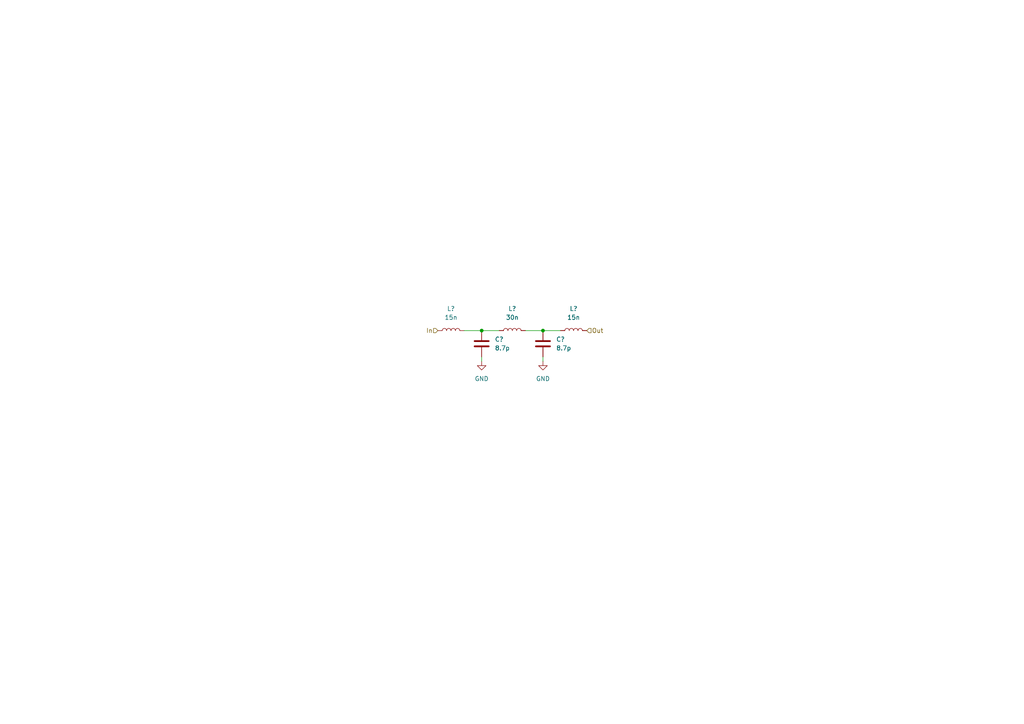
<source format=kicad_sch>
(kicad_sch (version 20211123) (generator eeschema)
  (paper "A4")
  (lib_symbols
    (symbol "Device:C" (pin_numbers hide) (pin_names (offset 0.254))
      (property "Reference" "C" (at 0.635 2.54 0))
      (property "Value" "C" (at 0.635 -2.54 0))
      (symbol "C_0_1"
        (polyline (pts (xy -2.032 -0.762) (xy 2.032 -0.762)) (stroke (width 0.508)))
        (polyline (pts (xy -2.032 0.762) (xy 2.032 0.762)) (stroke (width 0.508)))
      )
      (symbol "C_1_1"
        (pin passive line (at 0 3.81 270) (length 2.794) (name "~") (number "1"))
        (pin passive line (at 0 -3.81 90) (length 2.794) (name "~") (number "2"))
      )
    )
    (symbol "Device:L" (pin_numbers hide) (pin_names (offset 1.016) hide)
      (property "Reference" "L" (at -1.27 0 90))
      (property "Value" "L" (at 1.905 0 90))
      (symbol "L_0_1"
        (arc (start 0 -2.54) (mid 0.635 -1.905) (end 0 -1.27))
        (arc (start 0 -1.27) (mid 0.635 -0.635) (end 0 0))
        (arc (start 0 0) (mid 0.635 0.635) (end 0 1.27))
        (arc (start 0 1.27) (mid 0.635 1.905) (end 0 2.54))
      )
      (symbol "L_1_1"
        (pin passive line (at 0 3.81 270) (length 1.27) (name "1") (number "1"))
        (pin passive line (at 0 -3.81 90) (length 1.27) (name "2") (number "2"))
      )
    )
    (symbol "power:GND" (power) (pin_names (offset 0))
      (property "Value" "GND" (at 0 -3.81 0))
      (symbol "GND_0_1"
        (polyline (pts (xy 0 0) (xy 0 -1.27) (xy 1.27 -1.27) (xy 0 -2.54) (xy -1.27 -1.27) (xy 0 -1.27)))
      )
      (symbol "GND_1_1"
        (pin power_in line (at 0 0 270) (length 0) hide (name "GND") (number "1"))
      )
    )
  )
  (junction (at 139.7 95.885))
  (junction (at 157.48 95.885))
  (wire (pts (xy 139.7 103.505) (xy 139.7 104.775)))
  (wire (pts (xy 139.7 95.885) (xy 144.78 95.885)))
  (wire (pts (xy 152.4 95.885) (xy 157.48 95.885)))
  (wire (pts (xy 157.48 103.505) (xy 157.48 104.775)))
  (wire (pts (xy 134.62 95.885) (xy 139.7 95.885)))
  (wire (pts (xy 157.48 95.885) (xy 162.56 95.885)))
  (hierarchical_label "Out" (shape input) (at 170.18 95.885 0))
  (hierarchical_label "In" (shape input) (at 127 95.885 180))
  (symbol (lib_id "power:GND") (at 157.48 104.775 0) (unit 1)
    (property "Reference" "#PWR?" (effects hide))
    (property "Value" "GND" (at 157.48 109.855 0))
  )
  (symbol (lib_id "power:GND") (at 139.7 104.775 0) (unit 1)
    (property "Reference" "#PWR?" (effects hide))
    (property "Value" "GND" (at 139.7 109.855 0))
  )
  (symbol (lib_id "Device:L") (at 148.59 95.885 90) (unit 1)
    (property "Reference" "L?" (at 148.59 89.535 90))
    (property "Value" "30n" (at 148.59 92.075 90))
    (property "Footprint" "Inductor_SMD:L_0402_1005Metric" (effects hide))
    (property "MPN" "LQW15AN30NG80D" (effects hide))
    (property "LCSC" "C882468" (effects hide))
  )
  (symbol (lib_id "Device:L") (at 130.81 95.885 90) (unit 1)
    (property "Reference" "L?" (at 130.81 89.535 90))
    (property "Value" "15n" (at 130.81 92.075 90))
    (property "Footprint" "Inductor_SMD:L_0402_1005Metric" (effects hide))
    (property "MPN" "LQW15AN15NG00D" (effects hide))
    (property "LCSC" "C98055" (effects hide))
  )
  (symbol (lib_id "Device:L") (at 166.37 95.885 90) (unit 1)
    (property "Reference" "L?" (at 166.37 89.535 90))
    (property "Value" "15n" (at 166.37 92.075 90))
    (property "Footprint" "Inductor_SMD:L_0402_1005Metric" (effects hide))
    (property "MPN" "LQW15AN15NG00D" (effects hide))
    (property "LCSC" "C98055" (effects hide))
  )
  (symbol (lib_id "Device:C") (at 139.7 99.695 0) (unit 1)
    (property "Reference" "C?" (at 143.51 98.4249 0) (effects (justify left)))
    (property "Value" "8.7p" (at 143.51 100.9649 0) (effects (justify left)))
    (property "Footprint" "Capacitor_SMD:C_0402_1005Metric" (effects hide))
    (property "MPN" "GJM1555C1H8R7BB01D" (effects hide))
    (property "LCSC" "C415397" (effects hide))
  )
  (symbol (lib_id "Device:C") (at 157.48 99.695 0) (unit 1)
    (property "Reference" "C?" (at 161.29 98.4249 0) (effects (justify left)))
    (property "Value" "8.7p" (at 161.29 100.9649 0) (effects (justify left)))
    (property "Footprint" "Capacitor_SMD:C_0402_1005Metric" (effects hide))
    (property "MPN" "GJM1555C1H8R7BB01D" (effects hide))
    (property "LCSC" "C415397" (effects hide))
  )
)
</source>
